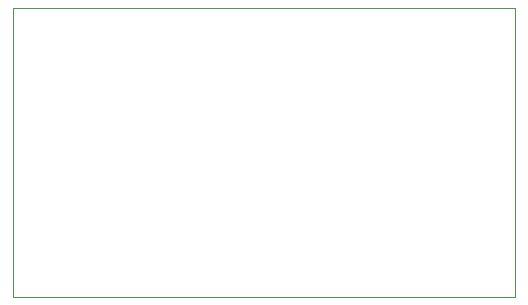
<source format=gbr>
G04 #@! TF.GenerationSoftware,KiCad,Pcbnew,5.0.2-bee76a0~70~ubuntu18.04.1*
G04 #@! TF.CreationDate,2019-04-03T17:02:00-07:00*
G04 #@! TF.ProjectId,shellbell,7368656c-6c62-4656-9c6c-2e6b69636164,rev?*
G04 #@! TF.SameCoordinates,Original*
G04 #@! TF.FileFunction,Profile,NP*
%FSLAX46Y46*%
G04 Gerber Fmt 4.6, Leading zero omitted, Abs format (unit mm)*
G04 Created by KiCad (PCBNEW 5.0.2-bee76a0~70~ubuntu18.04.1) date Wed 03 Apr 2019 05:02:00 PM PDT*
%MOMM*%
%LPD*%
G01*
G04 APERTURE LIST*
%ADD10C,0.100000*%
G04 APERTURE END LIST*
D10*
X130000000Y-119000000D02*
X130000000Y-118500000D01*
X172500000Y-119000000D02*
X172500000Y-118500000D01*
X130000000Y-119000000D02*
X172500000Y-119000000D01*
X172500000Y-94500000D02*
X172500000Y-118500000D01*
X130000000Y-94500000D02*
X172500000Y-94500000D01*
X130000000Y-118500000D02*
X130000000Y-94500000D01*
M02*

</source>
